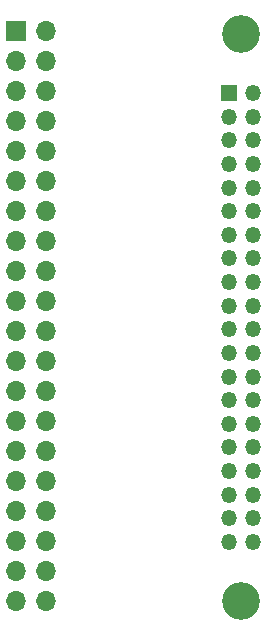
<source format=gbr>
%TF.GenerationSoftware,KiCad,Pcbnew,7.0.7*%
%TF.CreationDate,2023-09-14T14:18:27+01:00*%
%TF.ProjectId,2.00mm-2.54mm Adapter,322e3030-6d6d-42d3-922e-35346d6d2041,rev?*%
%TF.SameCoordinates,Original*%
%TF.FileFunction,Soldermask,Bot*%
%TF.FilePolarity,Negative*%
%FSLAX46Y46*%
G04 Gerber Fmt 4.6, Leading zero omitted, Abs format (unit mm)*
G04 Created by KiCad (PCBNEW 7.0.7) date 2023-09-14 14:18:27*
%MOMM*%
%LPD*%
G01*
G04 APERTURE LIST*
%ADD10R,1.700000X1.700000*%
%ADD11O,1.700000X1.700000*%
%ADD12C,3.200000*%
%ADD13R,1.350000X1.350000*%
%ADD14O,1.350000X1.350000*%
G04 APERTURE END LIST*
D10*
%TO.C,J102*%
X121000000Y-71740000D03*
D11*
X123540000Y-71740000D03*
X121000000Y-74280000D03*
X123540000Y-74280000D03*
X121000000Y-76820000D03*
X123540000Y-76820000D03*
X121000000Y-79360000D03*
X123540000Y-79360000D03*
X121000000Y-81900000D03*
X123540000Y-81900000D03*
X121000000Y-84440000D03*
X123540000Y-84440000D03*
X121000000Y-86980000D03*
X123540000Y-86980000D03*
X121000000Y-89520000D03*
X123540000Y-89520000D03*
X121000000Y-92060000D03*
X123540000Y-92060000D03*
X121000000Y-94600000D03*
X123540000Y-94600000D03*
X121000000Y-97140000D03*
X123540000Y-97140000D03*
X121000000Y-99680000D03*
X123540000Y-99680000D03*
X121000000Y-102220000D03*
X123540000Y-102220000D03*
X121000000Y-104760000D03*
X123540000Y-104760000D03*
X121000000Y-107300000D03*
X123540000Y-107300000D03*
X121000000Y-109840000D03*
X123540000Y-109840000D03*
X121000000Y-112380000D03*
X123540000Y-112380000D03*
X121000000Y-114920000D03*
X123540000Y-114920000D03*
X121000000Y-117460000D03*
X123540000Y-117460000D03*
X121000000Y-120000000D03*
X123540000Y-120000000D03*
%TD*%
D12*
%TO.C,H101*%
X140000000Y-72000000D03*
%TD*%
%TO.C,H102*%
X140000000Y-120000000D03*
%TD*%
D13*
%TO.C,J101*%
X139000000Y-77000000D03*
D14*
X141000000Y-77000000D03*
X139000000Y-79000000D03*
X141000000Y-79000000D03*
X139000000Y-81000000D03*
X141000000Y-81000000D03*
X139000000Y-83000000D03*
X141000000Y-83000000D03*
X139000000Y-85000000D03*
X141000000Y-85000000D03*
X139000000Y-87000000D03*
X141000000Y-87000000D03*
X139000000Y-89000000D03*
X141000000Y-89000000D03*
X139000000Y-91000000D03*
X141000000Y-91000000D03*
X139000000Y-93000000D03*
X141000000Y-93000000D03*
X139000000Y-95000000D03*
X141000000Y-95000000D03*
X139000000Y-97000000D03*
X141000000Y-97000000D03*
X139000000Y-99000000D03*
X141000000Y-99000000D03*
X139000000Y-101000000D03*
X141000000Y-101000000D03*
X139000000Y-103000000D03*
X141000000Y-103000000D03*
X139000000Y-105000000D03*
X141000000Y-105000000D03*
X139000000Y-107000000D03*
X141000000Y-107000000D03*
X139000000Y-109000000D03*
X141000000Y-109000000D03*
X139000000Y-111000000D03*
X141000000Y-111000000D03*
X139000000Y-113000000D03*
X141000000Y-113000000D03*
X139000000Y-115000000D03*
X141000000Y-115000000D03*
%TD*%
M02*

</source>
